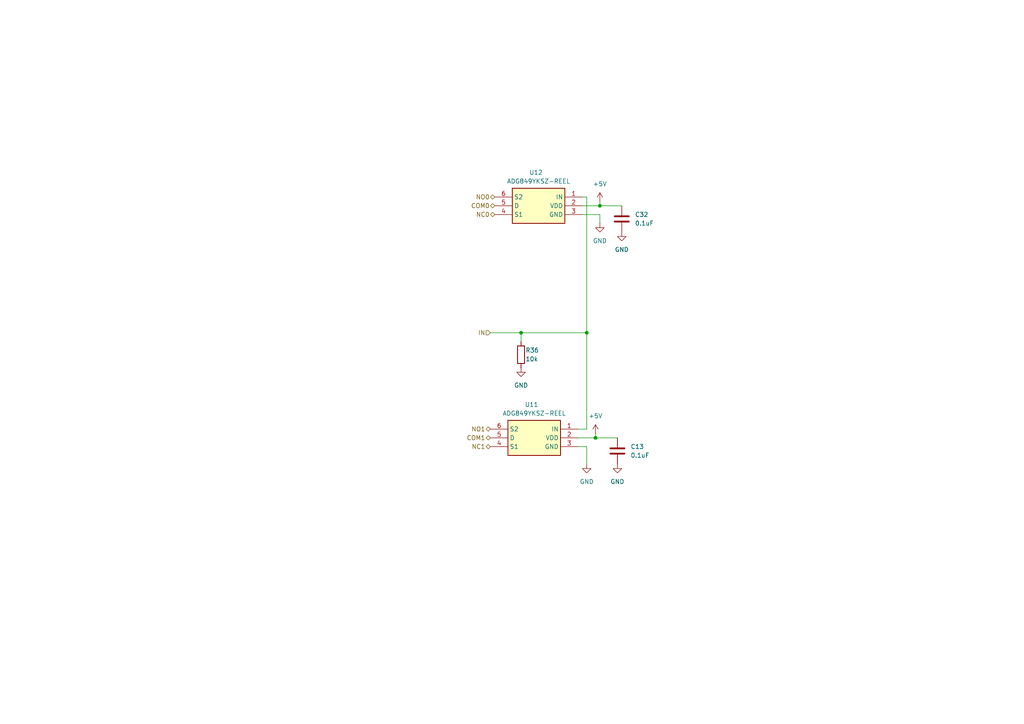
<source format=kicad_sch>
(kicad_sch (version 20250114) (generator "eeschema") (generator_version "9.0")
  (paper "A4")
  (lib_symbols
    (symbol "Library:ADG849YKSZ-REEL"
      (property "Reference" "IC" (at 21.59 7.62 0))
      (property "Value" "ADG849YKSZ-REEL" (at 21.59 5.08 0))
      (symbol "ADG849YKSZ-REEL_1_1"
        (rectangle (start 5.08 2.54) (end 20.32 -7.62) (stroke (width 0.254)) (fill (type background)))
        (pin passive line (at 0 0 0) (length 5.08) (name "IN") (number "1"))
        (pin passive line (at 0 -2.54 0) (length 5.08) (name "VDD") (number "2"))
        (pin passive line (at 0 -5.08 0) (length 5.08) (name "GND") (number "3"))
        (pin passive line (at 25.4 0 180) (length 5.08) (name "S2") (number "6"))
        (pin passive line (at 25.4 -2.54 180) (length 5.08) (name "D") (number "5"))
        (pin passive line (at 25.4 -5.08 180) (length 5.08) (name "S1") (number "4"))
      )
    )
    (symbol "Library:C" (pin_numbers (hide yes)) (pin_names (offset 0.254))
      (property "Reference" "C" (at 0.635 2.54 0))
      (property "Value" "C" (at 0.635 -2.54 0))
      (symbol "C_0_1"
        (polyline (pts (xy -2.032 0.762) (xy 2.032 0.762)) (stroke (width 0.508)))
        (polyline (pts (xy -2.032 -0.762) (xy 2.032 -0.762)) (stroke (width 0.508)))
      )
      (symbol "C_1_1"
        (pin passive line (at 0 3.81 270) (length 2.794) (name "~") (number "1"))
        (pin passive line (at 0 -3.81 90) (length 2.794) (name "~") (number "2"))
      )
    )
    (symbol "Library:R" (pin_numbers (hide yes)) (pin_names (offset 0))
      (property "Reference" "R" (at 2.032 0 90))
      (property "Value" "R" (at 0 0 90))
      (symbol "R_0_1"
        (rectangle (start -1.016 -2.54) (end 1.016 2.54) (stroke (width 0.254)))
      )
      (symbol "R_1_1"
        (pin passive line (at 0 3.81 270) (length 1.27) (name "~") (number "1"))
        (pin passive line (at 0 -3.81 90) (length 1.27) (name "~") (number "2"))
      )
    )
    (symbol "power:+5V" (power) (pin_numbers (hide yes)) (pin_names (offset 0) (hide yes))
      (property "Value" "+5V" (at 0 3.556 0))
      (symbol "+5V_0_1"
        (polyline (pts (xy -0.762 1.27) (xy 0 2.54)))
        (polyline (pts (xy 0 2.54) (xy 0.762 1.27)))
        (polyline (pts (xy 0 0) (xy 0 2.54)))
      )
      (symbol "+5V_1_1"
        (pin power_in line (at 0 0 90) (length 0) (name "~") (number "1"))
      )
    )
    (symbol "power:GND" (power) (pin_numbers (hide yes)) (pin_names (offset 0) (hide yes))
      (property "Value" "GND" (at 0 -3.81 0))
      (symbol "GND_0_1"
        (polyline (pts (xy 0 0) (xy 0 -1.27) (xy 1.27 -1.27) (xy 0 -2.54) (xy -1.27 -1.27) (xy 0 -1.27)))
      )
      (symbol "GND_1_1"
        (pin power_in line (at 0 0 270) (length 0) (name "~") (number "1"))
      )
    )
  )
  (junction (at 172.72 127))
  (junction (at 173.99 59.69))
  (junction (at 151.13 96.52))
  (junction (at 170.18 96.52))
  (wire (pts (xy 151.13 96.52) (xy 170.18 96.52)))
  (wire (pts (xy 173.99 64.77) (xy 173.99 62.23)))
  (wire (pts (xy 170.18 129.54) (xy 167.64 129.54)))
  (wire (pts (xy 170.18 124.46) (xy 167.64 124.46)))
  (wire (pts (xy 151.13 96.52) (xy 151.13 99.06)))
  (wire (pts (xy 173.99 59.69) (xy 173.99 58.42)))
  (wire (pts (xy 170.18 57.15) (xy 170.18 96.52)))
  (wire (pts (xy 173.99 59.69) (xy 180.34 59.69)))
  (wire (pts (xy 172.72 127) (xy 172.72 125.73)))
  (wire (pts (xy 172.72 127) (xy 179.07 127)))
  (wire (pts (xy 142.24 96.52) (xy 151.13 96.52)))
  (wire (pts (xy 167.64 127) (xy 172.72 127)))
  (wire (pts (xy 168.91 59.69) (xy 173.99 59.69)))
  (wire (pts (xy 170.18 96.52) (xy 170.18 124.46)))
  (wire (pts (xy 170.18 134.62) (xy 170.18 129.54)))
  (wire (pts (xy 168.91 57.15) (xy 170.18 57.15)))
  (wire (pts (xy 173.99 62.23) (xy 168.91 62.23)))
  (hierarchical_label "COM1" (shape bidirectional) (at 142.24 127 180))
  (hierarchical_label "NO0" (shape bidirectional) (at 143.51 57.15 180))
  (hierarchical_label "NC1" (shape bidirectional) (at 142.24 129.54 180))
  (hierarchical_label "NC0" (shape bidirectional) (at 143.51 62.23 180))
  (hierarchical_label "NO1" (shape bidirectional) (at 142.24 124.46 180))
  (hierarchical_label "IN" (shape input) (at 142.24 96.52 180))
  (hierarchical_label "COM0" (shape bidirectional) (at 143.51 59.69 180))
  (symbol (lib_id "Library:C") (at 180.34 63.5 0) (unit 1)
    (property "Reference" "C41" (at 184.15 62.2299 0) (effects (justify left)))
    (property "Value" "0.1uF" (at 184.15 64.7699 0) (effects (justify left)))
    (property "Footprint" "Capacitor_SMD:C_0603_1608Metric" (effects (hide yes)))
    (property "Datasheet" "https://datasheets.kyocera-avx.com/KGM_X7R.pdf" (effects (hide yes)))
    (property "Description" "CAP CER 0.1UF 25V X7R 0603" (effects (hide yes)))
    (property "Manufacturer" "KYOCERA AVX" (effects (hide yes)))
    (property "Package" "0603" (effects (hide yes)))
    (property "Manufacturer Part Number" "KGM15BR71E104KT" (effects (hide yes)))
    (instances (project "DC33" (path "" (reference "C32") (unit 1)) (path "" (reference "C42") (unit 1)) (path "" (reference "C41") (unit 1))))
  )
  (symbol (lib_id "power:GND") (at 180.34 67.31 0) (unit 1)
    (property "Reference" "#PWR0172" (effects (hide yes)))
    (property "Value" "GND" (at 180.34 72.39 0))
    (property "Description" "Power symbol creates a global label with name \"GND\" , ground" (effects (hide yes)))
    (instances (project "DC33" (path "" (reference "#PWR0179") (unit 1)) (path "" (reference "#PWR0186") (unit 1)) (path "" (reference "#PWR0172") (unit 1))))
  )
  (symbol (lib_id "power:+5V") (at 173.99 58.42 0) (unit 1)
    (property "Reference" "#PWR0169" (effects (hide yes)))
    (property "Value" "+5V" (at 173.99 53.34 0))
    (property "Description" "Power symbol creates a global label with name \"+5V\"" (effects (hide yes)))
    (instances (project "DC33" (path "" (reference "#PWR0176") (unit 1)) (path "" (reference "#PWR0183") (unit 1)) (path "" (reference "#PWR0169") (unit 1))))
  )
  (symbol (lib_id "power:GND") (at 173.99 64.77 0) (unit 1)
    (property "Reference" "#PWR0170" (effects (hide yes)))
    (property "Value" "GND" (at 173.99 69.85 0))
    (property "Description" "Power symbol creates a global label with name \"GND\" , ground" (effects (hide yes)))
    (instances (project "DC33" (path "" (reference "#PWR0177") (unit 1)) (path "" (reference "#PWR0184") (unit 1)) (path "" (reference "#PWR0170") (unit 1))))
  )
  (symbol (lib_id "Library:ADG849YKSZ-REEL") (at 167.64 124.46 0) (mirror y) (unit 1)
    (property "Reference" "U15" (at 154.178 117.348 0))
    (property "Value" "ADG849YKSZ-REEL" (at 154.94 119.888 0))
    (property "Footprint" "Library:SOT65P210X110-6N" (effects (hide yes)))
    (property "Datasheet" "https://www.analog.com/media/en/technical-documentation/data-sheets/ADG849.pdf" (effects (hide yes)))
    (property "Description" "IC SWITCH SPDTX1 600MOHM SC70-6" (effects (hide yes)))
    (property "Height" "1.1" (effects (hide yes)))
    (property "Manufacturer" "Analog Devices" (effects (hide yes)))
    (property "Manufacturer Part Number" "ADG849YKSZ-REEL" (effects (hide yes)))
    (instances (project "DC33" (path "" (reference "U11") (unit 1)) (path "" (reference "U16") (unit 1)) (path "" (reference "U15") (unit 1))))
  )
  (symbol (lib_id "Library:R") (at 151.13 102.87 0) (unit 1)
    (property "Reference" "R61" (at 152.4 101.6 0) (effects (justify left)))
    (property "Value" "10k" (at 152.4 104.14 0) (effects (justify left)))
    (property "Footprint" "Resistor_SMD:R_0603_1608Metric" (effects (hide yes)))
    (property "Datasheet" "https://www.te.com/commerce/DocumentDelivery/DDEController?Action=srchrtrv&DocNm=1773204&DocType=DS&DocLang=English" (effects (hide yes)))
    (property "Description" "RES SMD 10K OHM 1% 1/10W 0603" (effects (hide yes)))
    (property "Manufacturer" "TE Connectivity Passive Product" (effects (hide yes)))
    (property "Tolerance" "1%" (effects (hide yes)))
    (property "Manufacturer Part Number" "CRG0603F10K" (effects (hide yes)))
    (instances (project "DC33" (path "" (reference "R36") (unit 1)) (path "" (reference "R62") (unit 1)) (path "" (reference "R61") (unit 1))))
  )
  (symbol (lib_id "Library:ADG849YKSZ-REEL") (at 168.91 57.15 0) (mirror y) (unit 1)
    (property "Reference" "U14" (at 155.448 50.038 0))
    (property "Value" "ADG849YKSZ-REEL" (at 156.21 52.578 0))
    (property "Footprint" "Library:SOT65P210X110-6N" (effects (hide yes)))
    (property "Datasheet" "https://www.analog.com/media/en/technical-documentation/data-sheets/ADG849.pdf" (effects (hide yes)))
    (property "Description" "IC SWITCH SPDTX1 600MOHM SC70-6" (effects (hide yes)))
    (property "Height" "1.1" (effects (hide yes)))
    (property "Manufacturer" "Analog Devices" (effects (hide yes)))
    (property "Manufacturer Part Number" "ADG849YKSZ-REEL" (effects (hide yes)))
    (instances (project "DC33" (path "" (reference "U12") (unit 1)) (path "" (reference "U18") (unit 1)) (path "" (reference "U14") (unit 1))))
  )
  (symbol (lib_id "power:GND") (at 170.18 134.62 0) (unit 1)
    (property "Reference" "#PWR0167" (effects (hide yes)))
    (property "Value" "GND" (at 170.18 139.7 0))
    (property "Description" "Power symbol creates a global label with name \"GND\" , ground" (effects (hide yes)))
    (instances (project "DC33" (path "" (reference "#PWR0174") (unit 1)) (path "" (reference "#PWR0181") (unit 1)) (path "" (reference "#PWR0167") (unit 1))))
  )
  (symbol (lib_id "Library:C") (at 179.07 130.81 0) (unit 1)
    (property "Reference" "C37" (at 182.88 129.5399 0) (effects (justify left)))
    (property "Value" "0.1uF" (at 182.88 132.0799 0) (effects (justify left)))
    (property "Footprint" "Capacitor_SMD:C_0603_1608Metric" (effects (hide yes)))
    (property "Datasheet" "https://datasheets.kyocera-avx.com/KGM_X7R.pdf" (effects (hide yes)))
    (property "Description" "CAP CER 0.1UF 25V X7R 0603" (effects (hide yes)))
    (property "Manufacturer" "KYOCERA AVX" (effects (hide yes)))
    (property "Package" "0603" (effects (hide yes)))
    (property "Manufacturer Part Number" "KGM15BR71E104KT" (effects (hide yes)))
    (instances (project "DC33" (path "" (reference "C13") (unit 1)) (path "" (reference "C38") (unit 1)) (path "" (reference "C37") (unit 1))))
  )
  (symbol (lib_id "power:GND") (at 179.07 134.62 0) (unit 1)
    (property "Reference" "#PWR0171" (effects (hide yes)))
    (property "Value" "GND" (at 179.07 139.7 0))
    (property "Description" "Power symbol creates a global label with name \"GND\" , ground" (effects (hide yes)))
    (instances (project "DC33" (path "" (reference "#PWR0178") (unit 1)) (path "" (reference "#PWR0185") (unit 1)) (path "" (reference "#PWR0171") (unit 1))))
  )
  (symbol (lib_id "power:GND") (at 151.13 106.68 0) (unit 1)
    (property "Reference" "#PWR0166" (effects (hide yes)))
    (property "Value" "GND" (at 151.13 111.76 0))
    (property "Description" "Power symbol creates a global label with name \"GND\" , ground" (effects (hide yes)))
    (instances (project "DC33" (path "" (reference "#PWR0173") (unit 1)) (path "" (reference "#PWR0180") (unit 1)) (path "" (reference "#PWR0166") (unit 1))))
  )
  (symbol (lib_id "power:+5V") (at 172.72 125.73 0) (unit 1)
    (property "Reference" "#PWR0168" (effects (hide yes)))
    (property "Value" "+5V" (at 172.72 120.65 0))
    (property "Description" "Power symbol creates a global label with name \"+5V\"" (effects (hide yes)))
    (instances (project "DC33" (path "" (reference "#PWR0175") (unit 1)) (path "" (reference "#PWR0182") (unit 1)) (path "" (reference "#PWR0168") (unit 1))))
  )
)
</source>
